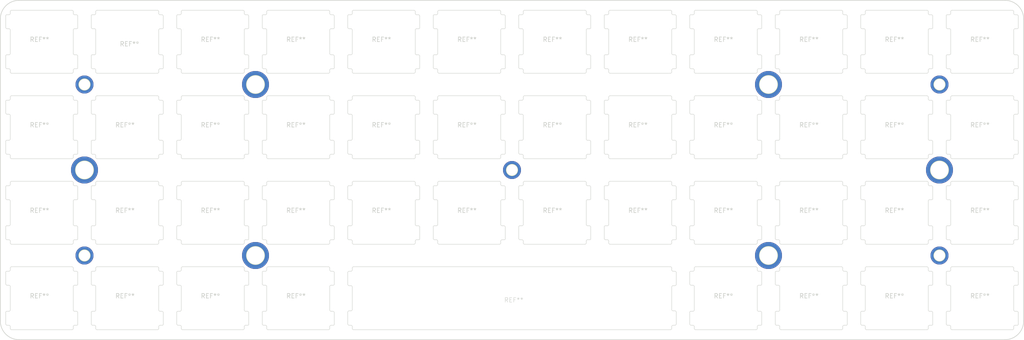
<source format=kicad_pcb>
(kicad_pcb (version 20221018) (generator pcbnew)
  (title_block (title "SharkPCB") (date "2019-02-10") (rev "V3.0.7") (company "Gondolin Electronics"))
  (layers (0 "F.Cu" signal) (31 "B.Cu" signal) (34 "B.Paste" user) (35 "F.Paste" user) (36 "B.SilkS" user "B.Silkscreen") (37 "F.SilkS" user "F.Silkscreen") (38 "B.Mask" user) (39 "F.Mask" user) (44 "Edge.Cuts" user))
  (net 0 "")
  (footprint "acheronSwitchSlots:slotMX100" (layer "F.Cu") (at 157.963 93.243 180))
  (footprint "acheronSwitchSlots:slotMX100" (layer "F.Cu") (at 138.963 93.243 180))
  (footprint "acheronSwitchSlots:slotMX100" (layer "F.Cu") (at 119.963 93.243 180))
  (footprint "acheronSwitchSlots:slotMX100" (layer "F.Cu") (at 100.963 93.243 180))
  (footprint "acheronSwitchSlots:slotMX100" (layer "F.Cu") (at 81.963 93.243 180))
  (footprint "acheronSwitchSlots:slotMX100" (layer "F.Cu") (at 62.963 93.243 180))
  (footprint "acheronSwitchSlots:slotMX100" (layer "F.Cu") (at 43.963 93.243 180))
  (footprint "acheronSwitchSlots:slotMX100" (layer "F.Cu") (at 176.963 93.243 180))
  (footprint "acheronSwitchSlots:slotMX100" (layer "F.Cu") (at 195.963 93.243 180))
  (footprint "acheronSwitchSlots:slotMX100" (layer "F.Cu") (at 214.963 93.243 180))
  (footprint "acheronSwitchSlots:slotMX100" (layer "F.Cu") (at 233.963 93.243 180))
  (footprint "acheronSwitchSlots:slotMX100" (layer "F.Cu") (at 252.963 93.243 180))
  (footprint "acheronSwitchSlots:slotMX100" (layer "F.Cu") (at 43.963 74.243 180))
  (footprint "acheronSwitchSlots:slotMX100" (layer "F.Cu") (at 214.963 74.243 180))
  (footprint "acheronSwitchSlots:slotMX100" (layer "F.Cu") (at 62.963 74.243))
  (footprint "acheronSwitchSlots:slotMX100" (layer "F.Cu") (at 81.963 74.243 180))
  (footprint "acheronSwitchSlots:slotMX100" (layer "F.Cu") (at 252.963 74.243 180))
  (footprint "acheronSwitchSlots:slotMX100" (layer "F.Cu") (at 176.963 74.243 180))
  (footprint "acheronSwitchSlots:slotMX100" (layer "F.Cu") (at 195.963 74.243 180))
  (footprint "acheronSwitchSlots:slotMX100" (layer "F.Cu") (at 100.963 74.243 180))
  (footprint "acheronSwitchSlots:slotMX100" (layer "F.Cu") (at 138.963 74.243 180))
  (footprint "acheronSwitchSlots:slotMX100" (layer "F.Cu") (at 157.963 74.243 180))
  (footprint "acheronSwitchSlots:slotMX100" (layer "F.Cu") (at 119.963 74.243 180))
  (footprint "acheronSwitchSlots:slotMX100" (layer "F.Cu") (at 119.963 112.243 180))
  (footprint "acheronSwitchSlots:slotMX100" (layer "F.Cu") (at 214.963 112.243 180))
  (footprint "acheronSwitchSlots:slotMX100" (layer "F.Cu") (at 100.963 112.243 180))
  (footprint "acheronSwitchSlots:slotMX100" (layer "F.Cu") (at 157.963 112.243 180))
  (footprint "acheronSwitchSlots:slotMX100" (layer "F.Cu") (at 138.963 112.243 180))
  (footprint "acheronSwitchSlots:slotMX100" (layer "F.Cu") (at 43.963 112.243 180))
  (footprint "acheronSwitchSlots:slotMX100" (layer "F.Cu") (at 62.963 112.243 180))
  (footprint "acheronSwitchSlots:slotMX100" (layer "F.Cu") (at 176.963 112.243 180))
  (footprint "acheronSwitchSlots:slotMX100" (layer "F.Cu") (at 81.963 112.243 180))
  (footprint "acheronSwitchSlots:slotMX100" (layer "F.Cu") (at 252.963 112.243 180))
  (footprint "acheronSwitchSlots:slotMX100" (layer "F.Cu") (at 195.963 112.243 180))
  (footprint "acheronSwitchSlots:slotMX100" (layer "F.Cu") (at 43.963 131.243 180))
  (footprint "acheronSwitchSlots:slotMX100" (layer "F.Cu") (at 62.963 131.243 180))
  (footprint "acheronSwitchSlots:slotMX100" (layer "F.Cu") (at 214.963 131.243 180))
  (footprint "acheronSwitchSlots:slotMX100" (layer "F.Cu") (at 100.963 131.243 180))
  (footprint "acheronSwitchSlots:slotMX100" (layer "F.Cu") (at 195.963 131.243 180))
  (footprint "acheronSwitchSlots:slotMX100" (layer "F.Cu") (at 252.963 131.243 180))
  (footprint "acheronSwitchSlots:slotMX100" (layer "F.Cu") (at 81.963 131.243 180))
  (footprint "acheronSwitchSlots:slotMX100" (layer "F.Cu") (at 233.963 74.243 180))
  (footprint "acheronSwitchSlots:slotMX100" (layer "F.Cu") (at 233.963 112.243 180))
  (footprint "acheronSwitchSlots:slotMX100" (layer "F.Cu") (at 233.963 131.243 180))
  (footprint "acheronSwitchSlots:slotMX400" (layer "F.Cu") (at 148.463 131.243))
  (gr_circle (center 148.463 102.743) (end 149.713 102.743) (stroke (width 0.15)) (fill none) (layer "F.SilkS"))
  (gr_circle (center 91.463 83.743) (end 93.463 83.743) (stroke (width 0.15)) (fill none) (layer "F.SilkS"))
  (gr_circle (center 91.463 121.743) (end 93.463 121.743) (stroke (width 0.15)) (fill none) (layer "F.SilkS"))
  (gr_circle (center 53.463 102.743) (end 55.463 102.743) (stroke (width 0.15)) (fill none) (layer "F.SilkS"))
  (gr_circle (center 243.463 102.743) (end 245.463 102.743) (stroke (width 0.15)) (fill none) (layer "F.SilkS"))
  (gr_circle (center 205.463 83.743) (end 207.463 83.743) (stroke (width 0.15)) (fill none) (layer "F.SilkS"))
  (gr_circle (center 205.463 121.743) (end 207.463 121.743) (stroke (width 0.15)) (fill none) (layer "F.SilkS"))
  (gr_circle (center 53.463 121.743) (end 54.713 121.743) (stroke (width 0.15)) (fill none) (layer "F.SilkS"))
  (gr_circle (center 243.463 83.743) (end 244.713 83.743) (stroke (width 0.15)) (fill none) (layer "F.SilkS"))
  (gr_circle (center 243.463 121.743) (end 244.713 121.743) (stroke (width 0.15)) (fill none) (layer "F.SilkS"))
  (gr_circle (center 53.463 83.743) (end 54.713 83.743) (stroke (width 0.15)) (fill none) (layer "F.SilkS"))
  (gr_line (start 38.91428 140.44676) (end 258.01172 140.44676) (stroke (width 0.15)) (layer "Edge.Cuts"))
  (gr_line (start 34.75796 69.19556) (end 34.75796 136.29044) (stroke (width 0.15)) (layer "Edge.Cuts"))
  (gr_arc (start 34.75796 69.19556) (mid 35.975318 66.256598) (end 38.91428 65.03924) (stroke (width 0.15)) (layer "Edge.Cuts"))
  (gr_arc (start 38.91428 140.44676) (mid 35.975318 139.229402) (end 34.75796 136.29044) (stroke (width 0.15)) (layer "Edge.Cuts"))
  (gr_arc (start 258.01172 65.03924) (mid 260.950682 66.256598) (end 262.16804 69.19556) (stroke (width 0.15)) (layer "Edge.Cuts"))
  (gr_line (start 262.16804 136.29044) (end 262.16804 69.19556) (stroke (width 0.15)) (layer "Edge.Cuts"))
  (gr_arc (start 262.16804 136.29044) (mid 260.950682 139.229402) (end 258.01172 140.44676) (stroke (width 0.15)) (layer "Edge.Cuts"))
  (gr_line (start 38.91428 65.03924) (end 258.01172 65.03924) (stroke (width 0.15)) (layer "Edge.Cuts"))
  (via (at 91.4614 83.74268) (size 6) (drill 4) (layers "F.Cu" "B.Cu") (net 0))
  (via (at 148.463 102.743) (size 4) (drill 2.5) (layers "F.Cu" "B.Cu") (net 0))
  (via (at 91.4614 121.74268) (size 6) (drill 4) (layers "F.Cu" "B.Cu") (net 0))
  (via (at 53.4614 102.74268) (size 6) (drill 4) (layers "F.Cu" "B.Cu") (net 0))
  (via (at 243.4614 102.74268) (size 6) (drill 4) (layers "F.Cu" "B.Cu") (net 0))
  (via (at 205.4614 83.74268) (size 6) (drill 4) (layers "F.Cu" "B.Cu") (net 0))
  (via (at 205.4614 121.74268) (size 6) (drill 4) (layers "F.Cu" "B.Cu") (net 0))
  (via (at 53.463 121.743) (size 4) (drill 2.5) (layers "F.Cu" "B.Cu") (net 0))
  (via (at 243.463 83.743) (size 4) (drill 2.5) (layers "F.Cu" "B.Cu") (net 0))
  (via (at 243.463 121.743) (size 4) (drill 2.5) (layers "F.Cu" "B.Cu") (net 0))
  (via (at 53.463 83.743) (size 4) (drill 2.5) (layers "F.Cu" "B.Cu") (net 0))
)
</source>
